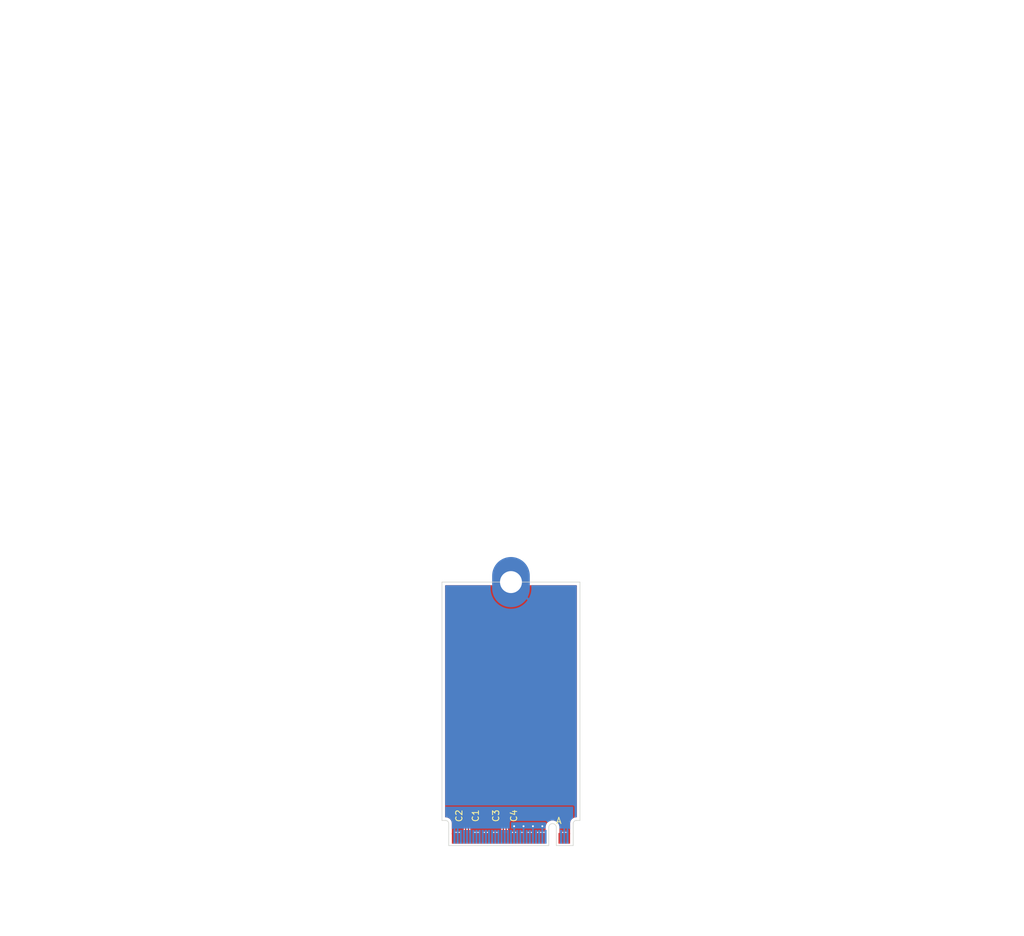
<source format=kicad_pcb>
(kicad_pcb (version 20241229) (generator "pcbnew") (generator_version "9.0")
  (layers (0 "F.Cu" signal) (2 "B.Cu" signal) (13 "F.Paste" user) (15 "B.Paste" user) (5 "F.SilkS" user "F.Silkscreen") (7 "B.SilkS" user "B.Silkscreen") (1 "F.Mask" user) (3 "B.Mask" user) (25 "Edge.Cuts" user))
  (net 0 "")
  (net 1 "GND")
  (net 2 "/M.2 A Key/PET1P")
  (net 3 "/M.2 A Key/PET1N")
  (net 4 "/M.2 A Key/PET0P")
  (net 5 "/M.2 A Key/PET0N")
  (net 6 "/PET1+")
  (net 7 "/PET0-")
  (net 8 "/PET0+")
  (net 9 "/PET1-")
  (net 10 "+3.3V")
  (net 11 "/USB_D+")
  (net 12 "/USB_D-")
  (net 13 "/LED#1")
  (net 14 "/LED#2")
  (net 15 "/DP_MLDIR")
  (net 16 "/DP_ML3-")
  (net 17 "/DP_AUX-")
  (net 18 "/DP_ML3+")
  (net 19 "/DP_AUX+")
  (net 20 "/DP_ML2-")
  (net 21 "/DP_ML1-")
  (net 22 "/DP_ML2+")
  (net 23 "/DP_ML1+")
  (net 24 "/DP_HPD")
  (net 25 "/DP_ML0-")
  (net 26 "/DP_ML0+")
  (net 27 "/PER0-")
  (net 28 "/PER0+")
  (net 34 "/REFCLK0+")
  (net 36 "/REFCLK0-")
  (net 37 "/SUSCLK")
  (net 38 "/PERST0#")
  (net 39 "/CLKREQ0#")
  (net 40 "/W_DISABLE2#")
  (net 41 "/PEWAKE0#")
  (net 42 "/W_DISABLE1#")
  (net 43 "/I2C_DATA")
  (net 44 "/PER1+")
  (net 45 "/I2C_CLK")
  (net 46 "/PER1-")
  (net 47 "/ALERT#")
  (net 49 "/PERST1#")
  (net 50 "/CLKREQ1#")
  (net 51 "/PEWAKE1#")
  (net 52 "/REFCLK1+")
  (net 53 "/REFCLK1-")
  (footprint "Capacitor_SMD:C_0201_0603Metric" (layer "F.Cu") (at 122.904916 153.084 90)
    (property "Reference" "C4" (at 0 1.109 90) (layer "F.SilkS"))
    (property "Value" "220nF")
    (pad "1" smd roundrect (at -0.32 0 90) (size 0.46 0.4) (layers "F.Cu" "F.Mask") (net 4 "/M.2 A Key/PET0P"))
    (pad "2" smd roundrect (at 0.32 0 90) (size 0.46 0.4) (layers "F.Cu" "F.Mask") (net 8 "/PET0+"))
  )
  (footprint "Capacitor_SMD:C_0201_0603Metric" (layer "F.Cu") (at 122.204916 153.084 90)
    (property "Reference" "C3" (at 0 -1.05 90) (layer "F.SilkS"))
    (property "Value" "220nF")
    (pad "1" smd roundrect (at -0.32 0 90) (size 0.46 0.4) (layers "F.Cu" "F.Mask") (net 5 "/M.2 A Key/PET0N"))
    (pad "2" smd roundrect (at 0.32 0 90) (size 0.46 0.4) (layers "F.Cu" "F.Mask") (net 7 "/PET0-"))
  )
  (footprint "Capacitor_SMD:C_0201_0603Metric" (layer "F.Cu") (at 116.204916 153.084 90)
    (property "Reference" "C2" (at -0.005 -0.921 90) (layer "F.SilkS"))
    (property "Value" "220nF")
    (pad "1" smd roundrect (at -0.32 0 90) (size 0.46 0.4) (layers "F.Cu" "F.Mask") (net 3 "/M.2 A Key/PET1N"))
    (pad "2" smd roundrect (at 0.32 0 90) (size 0.46 0.4) (layers "F.Cu" "F.Mask") (net 9 "/PET1-"))
  )
  (footprint "PCIexpress:M.2 A Key Connector" (layer "F.Cu") (at 123.554916 156.72)
    (property "Reference" "J1")
    (property "Value" "~")
    (fp_line (start -11 -2.89) (end -10.425 -2.89) (stroke (width 0.1)) (layer "Edge.Cuts"))
    (fp_line (start -9.925 -2.39) (end -9.925 1.11) (stroke (width 0.1)) (layer "Edge.Cuts"))
    (fp_line (start 6.025 -1.79) (end 6.025 1.11) (stroke (width 0.1)) (layer "Edge.Cuts"))
    (fp_line (start 6.025 1.11) (end -9.925 1.11) (stroke (width 0.1)) (layer "Edge.Cuts"))
    (fp_line (start 7.225 -1.79) (end 7.225 1.11) (stroke (width 0.1)) (layer "Edge.Cuts"))
    (fp_line (start 7.225 1.11) (end 9.925 1.11) (stroke (width 0.1)) (layer "Edge.Cuts"))
    (fp_line (start 9.925 -2.39) (end 9.925 1.11) (stroke (width 0.1)) (layer "Edge.Cuts"))
    (fp_line (start 10.425 -2.89) (end 11 -2.89) (stroke (width 0.1)) (layer "Edge.Cuts"))
    (fp_arc (start -10.425 -2.89) (mid -10.071447 -2.743553) (end -9.925 -2.39) (stroke (width 0.1)) (layer "Edge.Cuts"))
    (fp_arc (start 6.025 -1.79) (mid 6.625 -2.39) (end 7.225 -1.79) (stroke (width 0.1)) (layer "Edge.Cuts"))
    (fp_arc (start 9.925 -2.39) (mid 10.071447 -2.743553) (end 10.425 -2.89) (stroke (width 0.1)) (layer "Edge.Cuts"))
    (fp_text user "A" (at 7.1 -2.255 0) (layer "F.SilkS") (effects (justify left bottom)))
    (pad "1" smd rect (at 9.25 -0.04 180) (size 0.35 1.7) (layers "F.Cu") (net 1 "GND"))
    (pad "2" smd rect (at 9 -0.29 180) (size 0.35 2.2) (layers "B.Cu") (net 10 "+3.3V"))
    (pad "3" smd rect (at 8.75 -0.04 180) (size 0.35 1.7) (layers "F.Cu") (net 11 "/USB_D+"))
    (pad "4" smd rect (at 8.5 -0.29 180) (size 0.35 2.2) (layers "B.Cu") (net 10 "+3.3V"))
    (pad "5" smd rect (at 8.25 -0.04 180) (size 0.35 1.7) (layers "F.Cu") (net 12 "/USB_D-"))
    (pad "6" smd rect (at 8 -0.29 180) (size 0.35 2.2) (layers "B.Cu") (net 13 "/LED#1"))
    (pad "7" smd rect (at 7.75 -0.04 180) (size 0.35 1.7) (layers "F.Cu") (net 1 "GND"))
    (pad "16" smd rect (at 5.5 -0.29 180) (size 0.35 2.2) (layers "B.Cu") (net 14 "/LED#2"))
    (pad "17" smd rect (at 5.25 -0.04 180) (size 0.35 1.7) (layers "F.Cu") (net 15 "/DP_MLDIR"))
    (pad "18" smd rect (at 5 -0.29 180) (size 0.35 2.2) (layers "B.Cu") (net 1 "GND"))
    (pad "19" smd rect (at 4.75 -0.04 180) (size 0.35 1.7) (layers "F.Cu") (net 16 "/DP_ML3-"))
    (pad "20" smd rect (at 4.5 -0.29 180) (size 0.35 2.2) (layers "B.Cu") (net 17 "/DP_AUX-"))
    (pad "21" smd rect (at 4.25 -0.04 180) (size 0.35 1.7) (layers "F.Cu") (net 18 "/DP_ML3+"))
    (pad "22" smd rect (at 4 -0.29 180) (size 0.35 2.2) (layers "B.Cu") (net 19 "/DP_AUX+"))
    (pad "23" smd rect (at 3.75 -0.04 180) (size 0.35 1.7) (layers "F.Cu") (net 1 "GND"))
    (pad "24" smd rect (at 3.5 -0.29 180) (size 0.35 2.2) (layers "B.Cu") (net 1 "GND"))
    (pad "25" smd rect (at 3.25 -0.04 180) (size 0.35 1.7) (layers "F.Cu") (net 20 "/DP_ML2-"))
    (pad "26" smd rect (at 3 -0.29 180) (size 0.35 2.2) (layers "B.Cu") (net 21 "/DP_ML1-"))
    (pad "27" smd rect (at 2.75 -0.04 180) (size 0.35 1.7) (layers "F.Cu") (net 22 "/DP_ML2+"))
    (pad "28" smd rect (at 2.5 -0.29 180) (size 0.35 2.2) (layers "B.Cu") (net 23 "/DP_ML1+"))
    (pad "29" smd rect (at 2.25 -0.04 180) (size 0.35 1.7) (layers "F.Cu") (net 1 "GND"))
    (pad "30" smd rect (at 2 -0.29 180) (size 0.35 2.2) (layers "B.Cu") (net 1 "GND"))
    (pad "31" smd rect (at 1.75 -0.04 180) (size 0.35 1.7) (layers "F.Cu") (net 24 "/DP_HPD"))
    (pad "32" smd rect (at 1.5 -0.29 180) (size 0.35 2.2) (layers "B.Cu") (net 25 "/DP_ML0-"))
    (pad "33" smd rect (at 1.25 -0.04 180) (size 0.35 1.7) (layers "F.Cu") (net 1 "GND"))
    (pad "34" smd rect (at 1 -0.29 180) (size 0.35 2.2) (layers "B.Cu") (net 26 "/DP_ML0+"))
    (pad "35" smd rect (at 0.75 -0.04 180) (size 0.35 1.7) (layers "F.Cu") (net 27 "/PER0-"))
    (pad "36" smd rect (at 0.5 -0.29 180) (size 0.35 2.2) (layers "B.Cu") (net 1 "GND"))
    (pad "37" smd rect (at 0.25 -0.04 180) (size 0.35 1.7) (layers "F.Cu") (net 28 "/PER0+"))
    (pad "38" smd rect (at 0 -0.29 180) (size 0.35 2.2) (layers "B.Cu"))
    (pad "39" smd rect (at -0.25 -0.04 180) (size 0.35 1.7) (layers "F.Cu") (net 1 "GND"))
    (pad "40" smd rect (at -0.5 -0.29 180) (size 0.35 2.2) (layers "B.Cu"))
    (pad "41" smd rect (at -0.75 -0.04 180) (size 0.35 1.7) (layers "F.Cu") (net 4 "/M.2 A Key/PET0P"))
    (pad "42" smd rect (at -1 -0.29 180) (size 0.35 2.2) (layers "B.Cu"))
    (pad "43" smd rect (at -1.25 -0.04 180) (size 0.35 1.7) (layers "F.Cu") (net 5 "/M.2 A Key/PET0N"))
    (pad "44" smd rect (at -1.5 -0.29 180) (size 0.35 2.2) (layers "B.Cu"))
    (pad "45" smd rect (at -1.75 -0.04 180) (size 0.35 1.7) (layers "F.Cu") (net 1 "GND"))
    (pad "46" smd rect (at -2 -0.29 180) (size 0.35 2.2) (layers "B.Cu"))
    (pad "47" smd rect (at -2.25 -0.04 180) (size 0.35 1.7) (layers "F.Cu") (net 34 "/REFCLK0+"))
    (pad "48" smd rect (at -2.5 -0.29 180) (size 0.35 2.2) (layers "B.Cu"))
    (pad "49" smd rect (at -2.75 -0.04 180) (size 0.35 1.7) (layers "F.Cu") (net 36 "/REFCLK0-"))
    (pad "50" smd rect (at -3 -0.29 180) (size 0.35 2.2) (layers "B.Cu") (net 37 "/SUSCLK"))
    (pad "51" smd rect (at -3.25 -0.04 180) (size 0.35 1.7) (layers "F.Cu") (net 1 "GND"))
    (pad "52" smd rect (at -3.5 -0.29 180) (size 0.35 2.2) (layers "B.Cu") (net 38 "/PERST0#"))
    (pad "53" smd rect (at -3.75 -0.04 180) (size 0.35 1.7) (layers "F.Cu") (net 39 "/CLKREQ0#"))
    (pad "54" smd rect (at -4 -0.29 180) (size 0.35 2.2) (layers "B.Cu") (net 40 "/W_DISABLE2#"))
    (pad "55" smd rect (at -4.25 -0.04 180) (size 0.35 1.7) (layers "F.Cu") (net 41 "/PEWAKE0#"))
    (pad "56" smd rect (at -4.5 -0.29 180) (size 0.35 2.2) (layers "B.Cu") (net 42 "/W_DISABLE1#"))
    (pad "57" smd rect (at -4.75 -0.04 180) (size 0.35 1.7) (layers "F.Cu") (net 1 "GND"))
    (pad "58" smd rect (at -5 -0.29 180) (size 0.35 2.2) (layers "B.Cu") (net 43 "/I2C_DATA"))
    (pad "59" smd rect (at -5.25 -0.04 180) (size 0.35 1.7) (layers "F.Cu") (net 44 "/PER1+"))
    (pad "60" smd rect (at -5.5 -0.29 180) (size 0.35 2.2) (layers "B.Cu") (net 45 "/I2C_CLK"))
    (pad "61" smd rect (at -5.75 -0.04 180) (size 0.35 1.7) (layers "F.Cu") (net 46 "/PER1-"))
    (pad "62" smd rect (at -6 -0.29 180) (size 0.35 2.2) (layers "B.Cu") (net 47 "/ALERT#"))
    (pad "63" smd rect (at -6.25 -0.04 180) (size 0.35 1.7) (layers "F.Cu") (net 1 "GND"))
    (pad "64" smd rect (at -6.5 -0.29 180) (size 0.35 2.2) (layers "B.Cu"))
    (pad "65" smd rect (at -6.75 -0.04 180) (size 0.35 1.7) (layers "F.Cu") (net 2 "/M.2 A Key/PET1P"))
    (pad "66" smd rect (at -7 -0.29 180) (size 0.35 2.2) (layers "B.Cu") (net 49 "/PERST1#"))
    (pad "67" smd rect (at -7.25 -0.04 180) (size 0.35 1.7) (layers "F.Cu") (net 3 "/M.2 A Key/PET1N"))
    (pad "68" smd rect (at -7.5 -0.29 180) (size 0.35 2.2) (layers "B.Cu") (net 50 "/CLKREQ1#"))
    (pad "69" smd rect (at -7.75 -0.04 180) (size 0.35 1.7) (layers "F.Cu") (net 1 "GND"))
    (pad "70" smd rect (at -8 -0.29 180) (size 0.35 2.2) (layers "B.Cu") (net 51 "/PEWAKE1#"))
    (pad "71" smd rect (at -8.25 -0.04 180) (size 0.35 1.7) (layers "F.Cu") (net 52 "/REFCLK1+"))
    (pad "72" smd rect (at -8.5 -0.29 180) (size 0.35 2.2) (layers "B.Cu") (net 10 "+3.3V"))
    (pad "73" smd rect (at -8.75 -0.04 180) (size 0.35 1.7) (layers "F.Cu") (net 53 "/REFCLK1-"))
    (pad "74" smd rect (at -9 -0.29 180) (size 0.35 2.2) (layers "B.Cu") (net 10 "+3.3V"))
    (pad "75" smd rect (at -9.25 -0.04 180) (size 0.35 1.7) (layers "F.Cu") (net 1 "GND"))
  )
  (footprint "PCIexpress:M.2 Mounting Pad" (layer "F.Cu") (at 123.554916 115.83)
    (property "Reference" "H1")
    (property "Value" "MountingHole_Pad")
    (pad "1" thru_hole circle (at 0 0) (size 5.5 5.5) (drill 3.5) (property pad_prop_castellated) (layers "*.Cu" "*.Mask") (net 1 "GND") (padstack (mode front_inner_back) (layer "Inner" (shape circle) (size 5.5 5.5)) (layer "B.Cu" (shape oval) (size 6 8))))
  )
  (footprint "Capacitor_SMD:C_0201_0603Metric" (layer "F.Cu") (at 116.904916 153.084 90)
    (property "Reference" "C1" (at 0.005 1.009 90) (layer "F.SilkS"))
    (property "Value" "220nF")
    (pad "1" smd roundrect (at -0.32 0 90) (size 0.46 0.4) (layers "F.Cu" "F.Mask") (net 2 "/M.2 A Key/PET1P"))
    (pad "2" smd roundrect (at 0.32 0 90) (size 0.46 0.4) (layers "F.Cu" "F.Mask") (net 6 "/PET1+"))
  )
  (gr_line (start 134.554916 153.83) (end 134.554916 115.83) (stroke (width 0.1)) (layer "Edge.Cuts"))
  (gr_line (start 112.554916 115.83) (end 112.554916 153.83) (stroke (width 0.1)) (layer "Edge.Cuts"))
  (gr_line (start 134.554916 115.83) (end 112.554916 115.83) (stroke (width 0.1)) (layer "Edge.Cuts"))
  (via (at 125.554916 154.749) (size 0.6) (drill 0.3) (layers "F.Cu" "B.Cu") (net 1))
  (via (at 124.054916 154.749) (size 0.6) (drill 0.3) (layers "F.Cu" "B.Cu") (net 1))
  (via (at 128.554916 154.749) (size 0.6) (drill 0.3) (layers "F.Cu" "B.Cu") (net 1))
  (via (at 127.054916 154.749) (size 0.6) (drill 0.3) (layers "F.Cu" "B.Cu") (net 1))
  (segment (start 116.804916 155.404999) (end 116.779916 155.379999) (width 0.2) (layer "F.Cu") (net 2))
  (segment (start 116.904916 153.749001) (end 116.904916 153.404) (width 0.2) (layer "F.Cu") (net 2))
  (segment (start 116.804916 156.68) (end 116.804916 155.404999) (width 0.2) (layer "F.Cu") (net 2))
  (segment (start 116.779916 153.874001) (end 116.904916 153.749001) (width 0.2) (layer "F.Cu") (net 2))
  (segment (start 116.779916 155.379999) (end 116.779916 153.874001) (width 0.2) (layer "F.Cu") (net 2))
  (segment (start 116.304916 155.404999) (end 116.329916 155.379999) (width 0.2) (layer "F.Cu") (net 3))
  (segment (start 116.304916 156.68) (end 116.304916 155.404999) (width 0.2) (layer "F.Cu") (net 3))
  (segment (start 116.204916 153.749001) (end 116.204916 153.404) (width 0.2) (layer "F.Cu") (net 3))
  (segment (start 116.329916 153.874001) (end 116.204916 153.749001) (width 0.2) (layer "F.Cu") (net 3))
  (segment (start 116.329916 155.379999) (end 116.329916 153.874001) (width 0.2) (layer "F.Cu") (net 3))
  (segment (start 122.779916 155.379999) (end 122.779916 153.874001) (width 0.2) (layer "F.Cu") (net 4))
  (segment (start 122.779916 153.874001) (end 122.904916 153.749001) (width 0.2) (layer "F.Cu") (net 4))
  (segment (start 122.804916 155.404999) (end 122.779916 155.379999) (width 0.2) (layer "F.Cu") (net 4))
  (segment (start 122.904916 153.749001) (end 122.904916 153.404) (width 0.2) (layer "F.Cu") (net 4))
  (segment (start 122.804916 156.68) (end 122.804916 155.404999) (width 0.2) (layer "F.Cu") (net 4))
  (segment (start 122.329916 155.379999) (end 122.329916 153.874001) (width 0.2) (layer "F.Cu") (net 5))
  (segment (start 122.204916 153.749001) (end 122.204916 153.404) (width 0.2) (layer "F.Cu") (net 5))
  (segment (start 122.329916 153.874001) (end 122.204916 153.749001) (width 0.2) (layer "F.Cu") (net 5))
  (segment (start 122.304916 155.404999) (end 122.329916 155.379999) (width 0.2) (layer "F.Cu") (net 5))
  (segment (start 122.304916 156.68) (end 122.304916 155.404999) (width 0.2) (layer "F.Cu") (net 5))
  (zone (net 1) (net_name "GND") (layers "F.Cu" "B.Cu") (connect_pads (clearance 0.2)) (min_thickness 0.15) (fill yes (thermal_gap 0.25) (thermal_bridge_width 0.35))
    (polygon (pts (xy 112.553454 115.824) (xy 134.553454 115.824) (xy 134.555 156.02) (xy 112.555 156.02)))
  )
  (zone (net 1) (net_name "GND") (layer "B.Cu") (priority 2) (connect_pads (clearance 0.2)) (min_thickness 0.15) (fill yes (thermal_gap 0.25) (thermal_bridge_width 0.35))
    (polygon (pts (xy 123.563916 155.134) (xy 123.563916 154.109) (xy 129.118916 154.109) (xy 129.118916 155.134)))
  )
  (zone (net 10) (net_name "+3.3V") (layer "B.Cu") (priority 1) (connect_pads (clearance 0.2)) (min_thickness 0.1) (fill yes (thermal_gap 0.2) (thermal_bridge_width 0.25))
    (polygon (pts (xy 133.473916 156.014) (xy 133.473916 151.649) (xy 133.458916 151.634) (xy 113.003916 151.634) (xy 113.003916 156.264) (xy 133.223916 156.264)))
  )
)
</source>
